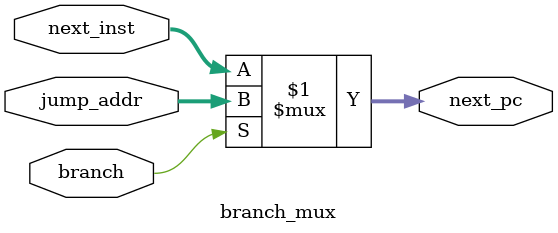
<source format=v>
module branch_mux   #(
    parameter       NBITS       =   32
    )
    (
    //Entradas
    input   wire    [NBITS-1:0]     next_inst   ,
    input   wire    [NBITS-1:0]     jump_addr   ,
    input   wire                    branch      ,
    //Outputs
    output  wire    [NBITS-1:0]     next_pc
    );
    
    assign  next_pc     =   (branch) ? jump_addr : next_inst    ;
    
endmodule

</source>
